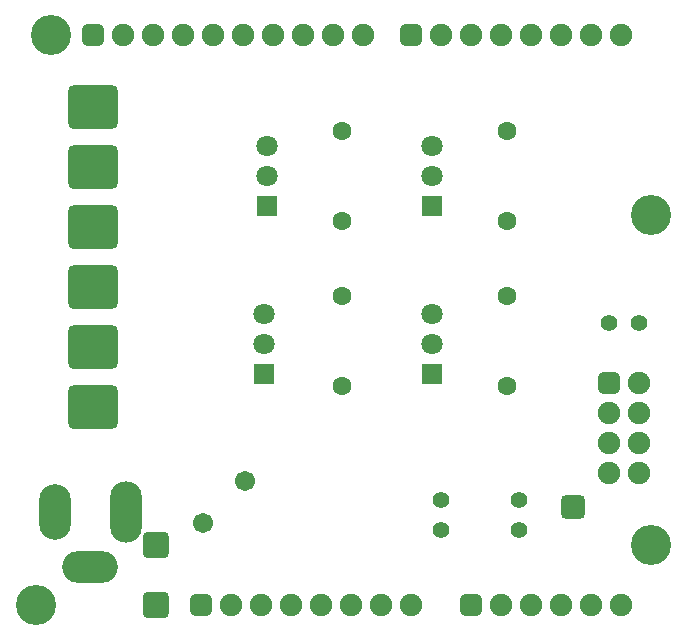
<source format=gbs>
G04 Layer_Color=16711935*
%FSAX43Y43*%
%MOMM*%
G71*
G01*
G75*
G04:AMPARAMS|DCode=32|XSize=2.203mm|YSize=2.203mm|CornerRadius=0.402mm|HoleSize=0mm|Usage=FLASHONLY|Rotation=180.000|XOffset=0mm|YOffset=0mm|HoleType=Round|Shape=RoundedRectangle|*
%AMROUNDEDRECTD32*
21,1,2.203,1.400,0,0,180.0*
21,1,1.400,2.203,0,0,180.0*
1,1,0.803,-0.700,0.700*
1,1,0.803,0.700,0.700*
1,1,0.803,0.700,-0.700*
1,1,0.803,-0.700,-0.700*
%
%ADD32ROUNDEDRECTD32*%
%ADD33C,1.403*%
G04:AMPARAMS|DCode=34|XSize=2.003mm|YSize=2.003mm|CornerRadius=0.372mm|HoleSize=0mm|Usage=FLASHONLY|Rotation=180.000|XOffset=0mm|YOffset=0mm|HoleType=Round|Shape=RoundedRectangle|*
%AMROUNDEDRECTD34*
21,1,2.003,1.260,0,0,180.0*
21,1,1.260,2.003,0,0,180.0*
1,1,0.743,-0.630,0.630*
1,1,0.743,0.630,0.630*
1,1,0.743,0.630,-0.630*
1,1,0.743,-0.630,-0.630*
%
%ADD34ROUNDEDRECTD34*%
G04:AMPARAMS|DCode=35|XSize=1.903mm|YSize=1.903mm|CornerRadius=0.527mm|HoleSize=0mm|Usage=FLASHONLY|Rotation=0.000|XOffset=0mm|YOffset=0mm|HoleType=Round|Shape=RoundedRectangle|*
%AMROUNDEDRECTD35*
21,1,1.903,0.850,0,0,0.0*
21,1,0.850,1.903,0,0,0.0*
1,1,1.053,0.425,-0.425*
1,1,1.053,-0.425,-0.425*
1,1,1.053,-0.425,0.425*
1,1,1.053,0.425,0.425*
%
%ADD35ROUNDEDRECTD35*%
%ADD36C,1.903*%
G04:AMPARAMS|DCode=37|XSize=3.703mm|YSize=4.203mm|CornerRadius=0.452mm|HoleSize=0mm|Usage=FLASHONLY|Rotation=90.000|XOffset=0mm|YOffset=0mm|HoleType=Round|Shape=RoundedRectangle|*
%AMROUNDEDRECTD37*
21,1,3.703,3.300,0,0,90.0*
21,1,2.800,4.203,0,0,90.0*
1,1,0.903,1.650,1.400*
1,1,0.903,1.650,-1.400*
1,1,0.903,-1.650,-1.400*
1,1,0.903,-1.650,1.400*
%
%ADD37ROUNDEDRECTD37*%
%ADD38O,2.703X4.703*%
%ADD39O,2.703X5.203*%
%ADD40O,4.703X2.703*%
G04:AMPARAMS|DCode=41|XSize=1.903mm|YSize=1.903mm|CornerRadius=0.527mm|HoleSize=0mm|Usage=FLASHONLY|Rotation=270.000|XOffset=0mm|YOffset=0mm|HoleType=Round|Shape=RoundedRectangle|*
%AMROUNDEDRECTD41*
21,1,1.903,0.850,0,0,270.0*
21,1,0.850,1.903,0,0,270.0*
1,1,1.053,-0.425,-0.425*
1,1,1.053,-0.425,0.425*
1,1,1.053,0.425,0.425*
1,1,1.053,0.425,-0.425*
%
%ADD41ROUNDEDRECTD41*%
%ADD42C,1.703*%
%ADD43R,1.803X1.803*%
%ADD44C,1.803*%
%ADD45C,1.603*%
%ADD46C,3.400*%
D32*
X0015240Y0002540D02*
D03*
Y0007620D02*
D03*
D33*
X0039370Y0011430D02*
D03*
Y0008890D02*
D03*
X0045950Y0011430D02*
D03*
Y0008890D02*
D03*
X0053594Y0026416D02*
D03*
X0056134D02*
D03*
D34*
X0050490Y0010780D02*
D03*
D35*
X0009906Y0050800D02*
D03*
X0036830D02*
D03*
X0019050Y0002540D02*
D03*
X0041910D02*
D03*
D36*
X0012446Y0050800D02*
D03*
X0014986D02*
D03*
X0017526D02*
D03*
X0020066D02*
D03*
X0022606D02*
D03*
X0025146D02*
D03*
X0027686D02*
D03*
X0030226D02*
D03*
X0032766D02*
D03*
X0056134Y0013716D02*
D03*
Y0016256D02*
D03*
Y0018796D02*
D03*
Y0021336D02*
D03*
X0053594Y0018796D02*
D03*
Y0016256D02*
D03*
Y0013716D02*
D03*
X0054610Y0050800D02*
D03*
X0052070D02*
D03*
X0049530D02*
D03*
X0046990D02*
D03*
X0044450D02*
D03*
X0041910D02*
D03*
X0039370D02*
D03*
X0036830Y0002540D02*
D03*
X0034290D02*
D03*
X0031750D02*
D03*
X0029210D02*
D03*
X0026670D02*
D03*
X0024130D02*
D03*
X0021590D02*
D03*
X0044450D02*
D03*
X0046990D02*
D03*
X0049530D02*
D03*
X0052070D02*
D03*
X0054610D02*
D03*
D37*
X0009906Y0019304D02*
D03*
Y0024384D02*
D03*
X0009906Y0029464D02*
D03*
X0009906Y0034544D02*
D03*
X0009906Y0039624D02*
D03*
X0009906Y0044704D02*
D03*
D38*
X0006652Y0010414D02*
D03*
D39*
X0012652D02*
D03*
D40*
X0009652Y0005714D02*
D03*
D41*
X0053594Y0021336D02*
D03*
D42*
X0019192Y0009482D02*
D03*
X0022728Y0013018D02*
D03*
D43*
X0038608Y0022098D02*
D03*
X0024384D02*
D03*
X0038608Y0036322D02*
D03*
X0024638D02*
D03*
D44*
X0038608Y0024638D02*
D03*
Y0027178D02*
D03*
X0024384Y0024638D02*
D03*
Y0027178D02*
D03*
X0038608Y0038862D02*
D03*
Y0041402D02*
D03*
X0024638Y0038862D02*
D03*
Y0041402D02*
D03*
D45*
X0044958Y0021082D02*
D03*
Y0028702D02*
D03*
X0030988Y0021082D02*
D03*
Y0028702D02*
D03*
X0044958Y0035052D02*
D03*
Y0042672D02*
D03*
X0030988Y0035052D02*
D03*
Y0042672D02*
D03*
D46*
X0006350Y0050800D02*
D03*
X0057150Y0035560D02*
D03*
Y0007620D02*
D03*
X0005080Y0002540D02*
D03*
M02*

</source>
